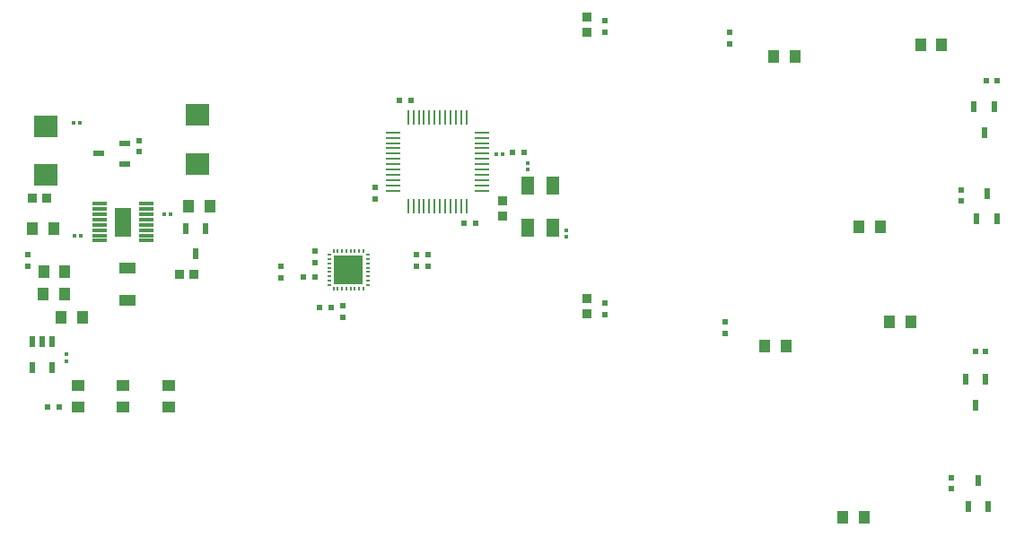
<source format=gtp>
G04 Layer_Color=8421504*
%FSLAX43Y43*%
%MOMM*%
G71*
G01*
G75*
%ADD10R,0.600X0.600*%
%ADD11R,0.600X0.600*%
%ADD12R,0.600X1.000*%
%ADD13R,1.000X1.250*%
%ADD14R,0.850X0.850*%
%ADD15R,0.300X0.300*%
%ADD16R,1.200X1.800*%
%ADD17R,0.300X0.300*%
%ADD18R,0.250X1.400*%
%ADD19R,1.400X0.250*%
%ADD20R,2.300X2.000*%
%ADD21R,1.000X0.600*%
%ADD22R,0.850X0.850*%
%ADD23R,1.400X0.300*%
%ADD24R,1.600X2.800*%
%ADD25R,1.600X1.000*%
%ADD26R,1.250X1.000*%
%ADD27O,0.200X0.400*%
%ADD28O,0.400X0.200*%
%ADD29R,2.800X2.800*%
D10*
X92125Y17775D02*
D03*
X93125D02*
D03*
X93175Y43350D02*
D03*
X94175D02*
D03*
X49575Y36600D02*
D03*
X48475D02*
D03*
X38875Y41525D02*
D03*
X37775D02*
D03*
X43900Y29925D02*
D03*
X45000D02*
D03*
X4600Y12525D02*
D03*
X5700D02*
D03*
X31325Y21950D02*
D03*
X30225D02*
D03*
X28725Y24800D02*
D03*
X29825D02*
D03*
D11*
X89875Y5850D02*
D03*
Y4850D02*
D03*
X68550Y20625D02*
D03*
Y19525D02*
D03*
X90800Y33000D02*
D03*
Y32000D02*
D03*
X68975Y47950D02*
D03*
Y46850D02*
D03*
X57225Y21275D02*
D03*
Y22375D02*
D03*
X57200Y47925D02*
D03*
Y49025D02*
D03*
X40525Y26925D02*
D03*
Y25825D02*
D03*
X39400D02*
D03*
Y26925D02*
D03*
X35550Y33250D02*
D03*
Y32150D02*
D03*
X13250Y36700D02*
D03*
Y37700D02*
D03*
X2725Y26950D02*
D03*
Y25850D02*
D03*
X32425Y21000D02*
D03*
Y22100D02*
D03*
X29825Y26175D02*
D03*
Y27275D02*
D03*
X26650Y24775D02*
D03*
Y25875D02*
D03*
D12*
X91450Y3175D02*
D03*
X93350D02*
D03*
X92400Y5575D02*
D03*
X93125Y15150D02*
D03*
X91225D02*
D03*
X92175Y12750D02*
D03*
X92275Y30325D02*
D03*
X94175D02*
D03*
X93225Y32725D02*
D03*
X93925Y40875D02*
D03*
X92025D02*
D03*
X92975Y38475D02*
D03*
X19525Y29400D02*
D03*
X17625D02*
D03*
X18575Y27000D02*
D03*
X5050Y18700D02*
D03*
X4100D02*
D03*
X3150D02*
D03*
Y16300D02*
D03*
X5050D02*
D03*
D13*
X84025Y20575D02*
D03*
X86025D02*
D03*
X72250Y18275D02*
D03*
X74250D02*
D03*
X79625Y2100D02*
D03*
X81625D02*
D03*
X81150Y29550D02*
D03*
X83150D02*
D03*
X86950Y46775D02*
D03*
X88950D02*
D03*
X73100Y45625D02*
D03*
X75100D02*
D03*
X5175Y29375D02*
D03*
X3175D02*
D03*
X6250Y25350D02*
D03*
X4250D02*
D03*
X17925Y31475D02*
D03*
X19925D02*
D03*
X7900Y21000D02*
D03*
X5900D02*
D03*
X6225Y23175D02*
D03*
X4225D02*
D03*
D14*
X55500Y22750D02*
D03*
Y21350D02*
D03*
X55525Y49350D02*
D03*
Y47950D02*
D03*
X47500Y32000D02*
D03*
Y30600D02*
D03*
D15*
X49925Y35600D02*
D03*
Y35000D02*
D03*
X53550Y29250D02*
D03*
Y28650D02*
D03*
X6350Y17500D02*
D03*
Y16900D02*
D03*
D16*
X52300Y33450D02*
D03*
Y29450D02*
D03*
X49900D02*
D03*
Y33450D02*
D03*
D17*
X47550Y36450D02*
D03*
X46950D02*
D03*
X7700Y39425D02*
D03*
X7100D02*
D03*
X7125Y28725D02*
D03*
X7725D02*
D03*
X16250Y30750D02*
D03*
X15650D02*
D03*
D18*
X44125Y31525D02*
D03*
X43625D02*
D03*
X43125D02*
D03*
X42625D02*
D03*
X42125D02*
D03*
X41625D02*
D03*
X41125D02*
D03*
X40625D02*
D03*
X40125D02*
D03*
X39625D02*
D03*
X39125D02*
D03*
X38625D02*
D03*
Y39925D02*
D03*
X39125D02*
D03*
X39625D02*
D03*
X40125D02*
D03*
X40625D02*
D03*
X41125D02*
D03*
X41625D02*
D03*
X42125D02*
D03*
X42625D02*
D03*
X43125D02*
D03*
X43625D02*
D03*
X44125D02*
D03*
D19*
X37175Y32975D02*
D03*
Y33475D02*
D03*
Y33975D02*
D03*
Y34475D02*
D03*
Y34975D02*
D03*
Y35475D02*
D03*
Y35975D02*
D03*
Y36475D02*
D03*
Y36975D02*
D03*
Y37475D02*
D03*
Y37975D02*
D03*
Y38475D02*
D03*
X45575D02*
D03*
Y37975D02*
D03*
Y37475D02*
D03*
Y36975D02*
D03*
Y36475D02*
D03*
Y35975D02*
D03*
Y35475D02*
D03*
Y34975D02*
D03*
Y34475D02*
D03*
Y33975D02*
D03*
Y33475D02*
D03*
Y32975D02*
D03*
D20*
X4450Y39050D02*
D03*
Y34450D02*
D03*
X18750Y40125D02*
D03*
Y35525D02*
D03*
D21*
X11875D02*
D03*
Y37425D02*
D03*
X9475Y36475D02*
D03*
D22*
X4550Y32250D02*
D03*
X3150D02*
D03*
X18425Y25050D02*
D03*
X17025D02*
D03*
D23*
X9500Y31750D02*
D03*
Y31250D02*
D03*
Y30750D02*
D03*
Y30250D02*
D03*
Y29750D02*
D03*
Y29250D02*
D03*
Y28750D02*
D03*
Y28250D02*
D03*
X13900Y31750D02*
D03*
Y31250D02*
D03*
Y30750D02*
D03*
Y30250D02*
D03*
Y29750D02*
D03*
Y29250D02*
D03*
Y28750D02*
D03*
Y28250D02*
D03*
D24*
X11700Y30000D02*
D03*
D25*
X12125Y25625D02*
D03*
Y22625D02*
D03*
D26*
X7500Y14550D02*
D03*
Y12550D02*
D03*
X16050Y14550D02*
D03*
Y12550D02*
D03*
X11750Y12550D02*
D03*
Y14550D02*
D03*
D27*
X31600Y23700D02*
D03*
X32000D02*
D03*
X32400D02*
D03*
X32800D02*
D03*
X33200D02*
D03*
X33600D02*
D03*
X34000D02*
D03*
X34400D02*
D03*
Y27300D02*
D03*
X34000D02*
D03*
X33600D02*
D03*
X33200D02*
D03*
X32800D02*
D03*
X32400D02*
D03*
X32000D02*
D03*
X31600D02*
D03*
D28*
X34800Y24100D02*
D03*
Y24500D02*
D03*
Y24900D02*
D03*
Y25300D02*
D03*
Y25700D02*
D03*
Y26100D02*
D03*
Y26500D02*
D03*
Y26900D02*
D03*
X31200D02*
D03*
Y26500D02*
D03*
Y26100D02*
D03*
Y25700D02*
D03*
Y25300D02*
D03*
Y24900D02*
D03*
Y24500D02*
D03*
Y24100D02*
D03*
D29*
X33000Y25500D02*
D03*
M02*

</source>
